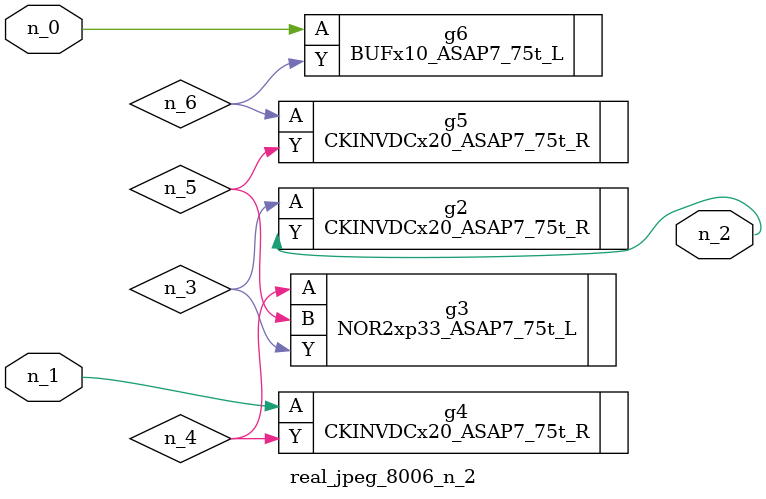
<source format=v>
module real_jpeg_8006_n_2 (n_1, n_0, n_2);

input n_1;
input n_0;

output n_2;

wire n_5;
wire n_4;
wire n_6;
wire n_3;

BUFx10_ASAP7_75t_L g6 ( 
.A(n_0),
.Y(n_6)
);

CKINVDCx20_ASAP7_75t_R g4 ( 
.A(n_1),
.Y(n_4)
);

CKINVDCx20_ASAP7_75t_R g2 ( 
.A(n_3),
.Y(n_2)
);

NOR2xp33_ASAP7_75t_L g3 ( 
.A(n_4),
.B(n_5),
.Y(n_3)
);

CKINVDCx20_ASAP7_75t_R g5 ( 
.A(n_6),
.Y(n_5)
);


endmodule
</source>
